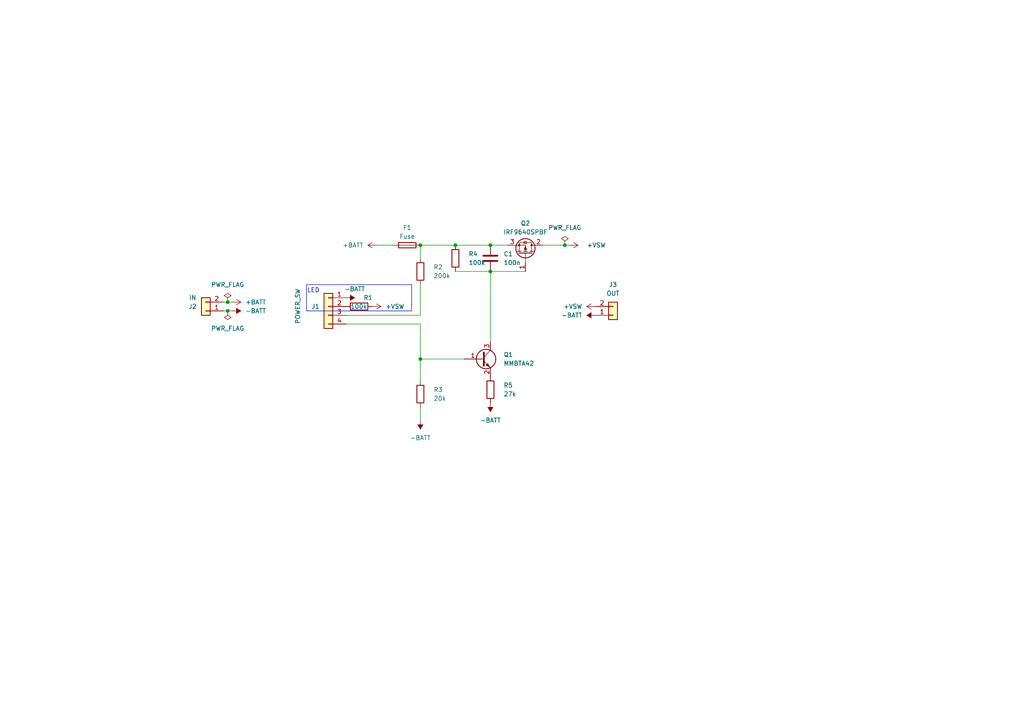
<source format=kicad_sch>
(kicad_sch (version 20230121) (generator eeschema)
  (paper "A4")
  (lib_symbols
    (symbol "Connector_Generic:Conn_01x02" (pin_names (offset 1.016) hide)
      (property "Reference" "J" (at 0 2.54 0))
      (property "Value" "Conn_01x02" (at 0 -5.08 0))
      (symbol "Conn_01x02_1_1"
        (rectangle (start -1.27 -2.413) (end 0 -2.667) (stroke (width 0.1524)))
        (rectangle (start -1.27 0.127) (end 0 -0.127) (stroke (width 0.1524)))
        (rectangle (start -1.27 1.27) (end 1.27 -3.81) (stroke (width 0.254)) (fill (type background)))
        (pin passive line (at -5.08 0 0) (length 3.81) (name "Pin_1") (number "1"))
        (pin passive line (at -5.08 -2.54 0) (length 3.81) (name "Pin_2") (number "2"))
      )
    )
    (symbol "Connector_Generic:Conn_01x04" (pin_names (offset 1.016) hide)
      (property "Reference" "J" (at 0 5.08 0))
      (property "Value" "Conn_01x04" (at 0 -7.62 0))
      (symbol "Conn_01x04_1_1"
        (rectangle (start -1.27 -4.953) (end 0 -5.207) (stroke (width 0.1524)))
        (rectangle (start -1.27 -2.413) (end 0 -2.667) (stroke (width 0.1524)))
        (rectangle (start -1.27 0.127) (end 0 -0.127) (stroke (width 0.1524)))
        (rectangle (start -1.27 2.667) (end 0 2.413) (stroke (width 0.1524)))
        (rectangle (start -1.27 3.81) (end 1.27 -6.35) (stroke (width 0.254)) (fill (type background)))
        (pin passive line (at -5.08 2.54 0) (length 3.81) (name "Pin_1") (number "1"))
        (pin passive line (at -5.08 0 0) (length 3.81) (name "Pin_2") (number "2"))
        (pin passive line (at -5.08 -2.54 0) (length 3.81) (name "Pin_3") (number "3"))
        (pin passive line (at -5.08 -5.08 0) (length 3.81) (name "Pin_4") (number "4"))
      )
    )
    (symbol "Device:C" (pin_numbers hide) (pin_names (offset 0.254))
      (property "Reference" "C" (at 0.635 2.54 0))
      (property "Value" "C" (at 0.635 -2.54 0))
      (symbol "C_0_1"
        (polyline (pts (xy -2.032 -0.762) (xy 2.032 -0.762)) (stroke (width 0.508)))
        (polyline (pts (xy -2.032 0.762) (xy 2.032 0.762)) (stroke (width 0.508)))
      )
      (symbol "C_1_1"
        (pin passive line (at 0 3.81 270) (length 2.794) (name "~") (number "1"))
        (pin passive line (at 0 -3.81 90) (length 2.794) (name "~") (number "2"))
      )
    )
    (symbol "Device:Fuse" (pin_numbers hide) (pin_names (offset 0))
      (property "Reference" "F" (at 2.032 0 90))
      (property "Value" "Fuse" (at -1.905 0 90))
      (symbol "Fuse_0_1"
        (rectangle (start -0.762 -2.54) (end 0.762 2.54) (stroke (width 0.254)))
        (polyline (pts (xy 0 2.54) (xy 0 -2.54)))
      )
      (symbol "Fuse_1_1"
        (pin passive line (at 0 3.81 270) (length 1.27) (name "~") (number "1"))
        (pin passive line (at 0 -3.81 90) (length 1.27) (name "~") (number "2"))
      )
    )
    (symbol "Device:R" (pin_numbers hide) (pin_names (offset 0))
      (property "Reference" "R" (at 2.032 0 90))
      (property "Value" "R" (at 0 0 90))
      (symbol "R_0_1"
        (rectangle (start -1.016 -2.54) (end 1.016 2.54) (stroke (width 0.254)))
      )
      (symbol "R_1_1"
        (pin passive line (at 0 3.81 270) (length 1.27) (name "~") (number "1"))
        (pin passive line (at 0 -3.81 90) (length 1.27) (name "~") (number "2"))
      )
    )
    (symbol "Transistor_BJT:MMBTA42" (pin_names (offset 0) hide)
      (property "Reference" "Q" (at 5.08 1.905 0))
      (property "Value" "MMBTA42" (at 5.08 0 0))
      (symbol "MMBTA42_0_1"
        (polyline (pts (xy 0 0) (xy 0.635 0)))
        (polyline (pts (xy 0.635 0.635) (xy 2.54 2.54)))
        (polyline (pts (xy 0.635 -0.635) (xy 2.54 -2.54) (xy 2.54 -2.54)))
        (polyline (pts (xy 0.635 1.905) (xy 0.635 -1.905) (xy 0.635 -1.905)) (stroke (width 0.508)))
        (polyline (pts (xy 1.27 -1.778) (xy 1.778 -1.27) (xy 2.286 -2.286) (xy 1.27 -1.778) (xy 1.27 -1.778)) (fill (type outline)))
        (circle (center 1.27 0) (radius 2.8194) (stroke (width 0.254)))
      )
      (symbol "MMBTA42_1_1"
        (pin input line (at -5.08 0 0) (length 5.08) (name "B") (number "1"))
        (pin passive line (at 2.54 -5.08 90) (length 2.54) (name "E") (number "2"))
        (pin passive line (at 2.54 5.08 270) (length 2.54) (name "C") (number "3"))
      )
    )
    (symbol "Transistor_FET:SUD50P10-43L" (pin_names hide)
      (property "Reference" "Q" (at 4.953 1.905 0))
      (property "Value" "SUD50P10-43L" (at 4.953 0 0))
      (symbol "SUD50P10-43L_0_1"
        (polyline (pts (xy 0.254 0) (xy -2.54 0)))
        (polyline (pts (xy 0.254 1.905) (xy 0.254 -1.905)) (stroke (width 0.254)))
        (polyline (pts (xy 0.762 -1.27) (xy 0.762 -2.286)) (stroke (width 0.254)))
        (polyline (pts (xy 0.762 0.508) (xy 0.762 -0.508)) (stroke (width 0.254)))
        (polyline (pts (xy 0.762 2.286) (xy 0.762 1.27)) (stroke (width 0.254)))
        (polyline (pts (xy 2.54 2.54) (xy 2.54 1.778)))
        (polyline (pts (xy 2.54 -2.54) (xy 2.54 0) (xy 0.762 0)))
        (polyline (pts (xy 0.762 1.778) (xy 3.302 1.778) (xy 3.302 -1.778) (xy 0.762 -1.778)))
        (polyline (pts (xy 2.286 0) (xy 1.27 0.381) (xy 1.27 -0.381) (xy 2.286 0)) (fill (type outline)))
        (polyline (pts (xy 2.794 -0.508) (xy 2.921 -0.381) (xy 3.683 -0.381) (xy 3.81 -0.254)))
        (polyline (pts (xy 3.302 -0.381) (xy 2.921 0.254) (xy 3.683 0.254) (xy 3.302 -0.381)))
        (circle (center 1.651 0) (radius 2.794) (stroke (width 0.254)))
        (circle (center 2.54 -1.778) (radius 0.254) (fill (type outline)))
        (circle (center 2.54 1.778) (radius 0.254) (fill (type outline)))
      )
      (symbol "SUD50P10-43L_1_1"
        (pin input line (at -5.08 0 0) (length 2.54) (name "G") (number "1"))
        (pin passive line (at 2.54 5.08 270) (length 2.54) (name "D") (number "2"))
        (pin passive line (at 2.54 -5.08 90) (length 2.54) (name "S") (number "3"))
      )
    )
    (symbol "power:+BATT" (power) (pin_names (offset 0))
      (property "Value" "+BATT" (at 0 3.556 0))
      (symbol "+BATT_0_1"
        (polyline (pts (xy -0.762 1.27) (xy 0 2.54)))
        (polyline (pts (xy 0 0) (xy 0 2.54)))
        (polyline (pts (xy 0 2.54) (xy 0.762 1.27)))
      )
      (symbol "+BATT_1_1"
        (pin power_in line (at 0 0 90) (length 0) hide (name "+BATT") (number "1"))
      )
    )
    (symbol "power:+VSW" (power) (pin_names (offset 0))
      (property "Value" "+VSW" (at 0 3.556 0))
      (symbol "+VSW_0_1"
        (polyline (pts (xy -0.762 1.27) (xy 0 2.54)))
        (polyline (pts (xy 0 0) (xy 0 2.54)))
        (polyline (pts (xy 0 2.54) (xy 0.762 1.27)))
      )
      (symbol "+VSW_1_1"
        (pin power_in line (at 0 0 90) (length 0) hide (name "+VSW") (number "1"))
      )
    )
    (symbol "power:-BATT" (power) (pin_names (offset 0))
      (property "Value" "-BATT" (at 0 3.556 0))
      (symbol "-BATT_0_1"
        (polyline (pts (xy 0 0) (xy 0 2.54)))
        (polyline (pts (xy 0.762 1.27) (xy -0.762 1.27) (xy 0 2.54) (xy 0.762 1.27)) (fill (type outline)))
      )
      (symbol "-BATT_1_1"
        (pin power_in line (at 0 0 90) (length 0) hide (name "-BATT") (number "1"))
      )
    )
    (symbol "power:PWR_FLAG" (power) (pin_numbers hide) (pin_names (offset 0) hide)
      (property "Value" "PWR_FLAG" (at 0 3.81 0))
      (symbol "PWR_FLAG_0_0"
        (pin power_out line (at 0 0 90) (length 0) (name "pwr") (number "1"))
      )
      (symbol "PWR_FLAG_0_1"
        (polyline (pts (xy 0 0) (xy 0 1.27) (xy -1.016 1.905) (xy 0 2.54) (xy 1.016 1.905) (xy 0 1.27)))
      )
    )
  )
  (junction (at 163.83 71.12))
  (junction (at 66.04 90.17))
  (junction (at 142.24 78.74))
  (junction (at 142.24 71.12))
  (junction (at 121.92 104.14))
  (junction (at 121.92 71.12))
  (junction (at 132.08 71.12))
  (junction (at 66.04 87.63))
  (wire (pts (xy 142.24 78.74) (xy 142.24 99.06)))
  (wire (pts (xy 163.83 71.12) (xy 157.48 71.12)))
  (wire (pts (xy 121.92 110.49) (xy 121.92 104.14)))
  (wire (pts (xy 100.33 93.98) (xy 121.92 93.98)))
  (wire (pts (xy 66.04 87.63) (xy 64.77 87.63)))
  (wire (pts (xy 109.22 71.12) (xy 114.3 71.12)))
  (wire (pts (xy 121.92 71.12) (xy 132.08 71.12)))
  (wire (pts (xy 142.24 71.12) (xy 147.32 71.12)))
  (wire (pts (xy 121.92 91.44) (xy 121.92 82.55)))
  (wire (pts (xy 121.92 104.14) (xy 121.92 93.98)))
  (wire (pts (xy 142.24 78.74) (xy 152.4 78.74)))
  (wire (pts (xy 165.1 71.12) (xy 163.83 71.12)))
  (wire (pts (xy 121.92 71.12) (xy 121.92 74.93)))
  (wire (pts (xy 67.31 87.63) (xy 66.04 87.63)))
  (wire (pts (xy 132.08 78.74) (xy 142.24 78.74)))
  (wire (pts (xy 121.92 104.14) (xy 134.62 104.14)))
  (wire (pts (xy 100.33 91.44) (xy 121.92 91.44)))
  (wire (pts (xy 66.04 90.17) (xy 64.77 90.17)))
  (wire (pts (xy 67.31 90.17) (xy 66.04 90.17)))
  (wire (pts (xy 132.08 71.12) (xy 142.24 71.12)))
  (wire (pts (xy 121.92 118.11) (xy 121.92 121.92)))
  (rectangle (start 88.9 82.55) (end 119.38 90.17))
  (text "LED" (at 92.71 85.09 0) (effects (font (size 1.27 1.27)) (justify right bottom)))
  (symbol (lib_id "power:+BATT") (at 109.22 71.12 90) (unit 1)
    (property "Reference" "#PWR03" (effects hide))
    (property "Value" "+BATT" (at 105.41 71.12 90) (effects (justify left)))
  )
  (symbol (lib_id "power:-BATT") (at 172.72 91.44 90) (unit 1)
    (property "Reference" "#PWR08" (effects hide))
    (property "Value" "-BATT" (at 168.91 91.44 90) (effects (justify left)))
  )
  (symbol (lib_id "Device:R") (at 121.92 78.74 0) (unit 1)
    (property "Reference" "R2" (at 125.73 77.47 0) (effects (justify left)))
    (property "Value" "200k" (at 125.73 80.01 0) (effects (justify left)))
    (property "Footprint" "Resistor_SMD:R_0603_1608Metric" (effects hide))
    (property "MPN" "C25811" (effects hide))
    (property "Mouser" "603-RC0805FR-0744K2L" (effects hide))
  )
  (symbol (lib_id "Device:Fuse") (at 118.11 71.12 90) (unit 1)
    (property "Reference" "F1" (at 118.11 66.04 90))
    (property "Value" "Fuse" (at 118.11 68.58 90))
    (property "Footprint" "GigaVescLibs:XuchengElecC3131" (effects hide))
    (property "MPN" "C3131" (effects hide))
    (property "JLCPosOffset" "11.25,0" (effects hide))
  )
  (symbol (lib_id "Connector_Generic:Conn_01x04") (at 95.25 88.9 0) (mirror y) (unit 1)
    (property "Reference" "J1" (at 92.71 88.9 0) (effects (justify left)))
    (property "Value" "POWER_SW" (at 86.36 93.98 90) (effects (justify left)))
    (property "Footprint" "Connector_JST:JST_PH_B4B-PH-K_1x04_P2.00mm_Vertical" (effects hide))
    (property "MPN" "C131334" (effects hide))
    (property "JLCRotOffset" "180" (effects hide))
    (property "JLCPosOffset" "-3,0" (effects hide))
  )
  (symbol (lib_id "Device:R") (at 142.24 113.03 0) (unit 1)
    (property "Reference" "R5" (at 146.05 111.76 0) (effects (justify left)))
    (property "Value" "27k" (at 146.05 114.3 0) (effects (justify left)))
    (property "Footprint" "Resistor_SMD:R_0603_1608Metric" (effects hide))
    (property "MPN" "C22967" (effects hide))
    (property "Mouser" "603-RC0805FR-0744K2L" (effects hide))
  )
  (symbol (lib_id "Device:R") (at 104.14 88.9 90) (mirror x) (unit 1)
    (property "Reference" "R1" (at 105.41 86.36 90) (effects (justify right)))
    (property "Value" "100k" (at 101.6 88.9 90) (effects (justify right)))
    (property "Footprint" "Resistor_SMD:R_0603_1608Metric" (effects hide))
    (property "MPN" "C25803" (effects hide))
    (property "Mouser" "603-AC0805JR-0710KL" (effects hide))
  )
  (symbol (lib_id "Transistor_FET:SUD50P10-43L") (at 152.4 73.66 270) (mirror x) (unit 1)
    (property "Reference" "Q2" (at 152.4 64.77 90))
    (property "Value" "IRF9640SPBF" (at 152.4 67.31 90))
    (property "Footprint" "Package_TO_SOT_SMD:TO-263-2" (effects hide))
    (property "Datasheet" "https://www.vishay.com/docs/62504/sud50p10-43l-ge3.pdf" (effects hide))
    (property "MPN" "C540971" (effects hide))
    (property "JLCPosOffset" "-2,0" (effects hide))
  )
  (symbol (lib_id "Device:C") (at 142.24 74.93 0) (unit 1)
    (property "Reference" "C1" (at 146.05 73.66 0) (effects (justify left)))
    (property "Value" "100n" (at 146.05 76.2 0) (effects (justify left)))
    (property "Footprint" "Capacitor_SMD:C_0603_1608Metric" (effects hide))
    (property "MPN" "C14663" (effects hide))
    (property "Mouser" "581-08055C104KAT4A" (effects hide))
  )
  (symbol (lib_id "power:PWR_FLAG") (at 66.04 90.17 180) (unit 1)
    (property "Reference" "#FLG03" (effects hide))
    (property "Value" "PWR_FLAG" (at 66.04 95.25 0))
  )
  (symbol (lib_id "power:-BATT") (at 121.92 121.92 180) (unit 1)
    (property "Reference" "#PWR04" (effects hide))
    (property "Value" "-BATT" (at 121.92 127 0))
  )
  (symbol (lib_id "power:PWR_FLAG") (at 66.04 87.63 0) (unit 1)
    (property "Reference" "#FLG01" (effects hide))
    (property "Value" "PWR_FLAG" (at 66.04 82.55 0))
  )
  (symbol (lib_id "Connector_Generic:Conn_01x02") (at 59.69 90.17 180) (unit 1)
    (property "Reference" "J2" (at 55.88 88.9 0))
    (property "Value" "IN" (at 55.88 86.36 0))
    (property "Footprint" "GigaVescLibs:AMASS_XT30PW-F_1x02_P2.50mm_Horizontal" (effects hide))
    (property "MPN" "C2913282" (effects hide))
    (property "JLCRotOffset" "180" (effects hide))
    (property "JLCPosOffset" "-2.54,-2.54" (effects hide))
  )
  (symbol (lib_id "Transistor_BJT:MMBTA42") (at 139.7 104.14 0) (unit 1)
    (property "Reference" "Q1" (at 146.05 102.87 0) (effects (justify left)))
    (property "Value" "MMBTA42" (at 146.05 105.41 0) (effects (justify left)))
    (property "Footprint" "Package_TO_SOT_SMD:SOT-23" (effects hide))
    (property "Datasheet" "https://www.onsemi.com/pub/Collateral/MMBTA42LT1-D.PDF" (effects hide))
    (property "MPN" "C916394" (effects hide))
    (property "JLCRotOffset" "180" (effects hide))
  )
  (symbol (lib_id "power:+VSW") (at 172.72 88.9 90) (unit 1)
    (property "Reference" "#PWR07" (effects hide))
    (property "Value" "+VSW" (at 168.91 88.9 90) (effects (justify left)))
  )
  (symbol (lib_id "power:PWR_FLAG") (at 163.83 71.12 0) (unit 1)
    (property "Reference" "#FLG02" (effects hide))
    (property "Value" "PWR_FLAG" (at 163.83 66.04 0))
  )
  (symbol (lib_id "power:+VSW") (at 107.95 88.9 270) (unit 1)
    (property "Reference" "#PWR02" (effects hide))
    (property "Value" "+VSW" (at 111.76 88.9 90) (effects (justify left)))
  )
  (symbol (lib_id "power:+VSW") (at 165.1 71.12 270) (unit 1)
    (property "Reference" "#PWR06" (effects hide))
    (property "Value" "+VSW" (at 170.18 71.12 90) (effects (justify left)))
  )
  (symbol (lib_id "power:-BATT") (at 100.33 86.36 270) (mirror x) (unit 1)
    (property "Reference" "#PWR01" (effects hide))
    (property "Value" "-BATT" (at 102.87 83.82 90))
  )
  (symbol (lib_id "power:-BATT") (at 142.24 116.84 180) (unit 1)
    (property "Reference" "#PWR05" (effects hide))
    (property "Value" "-BATT" (at 142.24 121.92 0))
  )
  (symbol (lib_id "Device:R") (at 121.92 114.3 0) (unit 1)
    (property "Reference" "R3" (at 125.73 113.03 0) (effects (justify left)))
    (property "Value" "20k" (at 125.73 115.57 0) (effects (justify left)))
    (property "Footprint" "Resistor_SMD:R_0603_1608Metric" (effects hide))
    (property "MPN" "C4184" (effects hide))
    (property "Mouser" "603-RC0805FR-0744K2L" (effects hide))
  )
  (symbol (lib_id "Connector_Generic:Conn_01x02") (at 177.8 91.44 0) (mirror x) (unit 1)
    (property "Reference" "J3" (at 177.8 82.55 0))
    (property "Value" "OUT" (at 177.8 85.09 0))
    (property "Footprint" "GigaVescLibs:AMASS_XT30PW-F_1x02_P2.50mm_Horizontal" (effects hide))
    (property "MPN" "C2913282" (effects hide))
    (property "JLCRotOffset" "180" (effects hide))
    (property "JLCPosOffset" "-2.54,-2.54" (effects hide))
  )
  (symbol (lib_id "power:-BATT") (at 67.31 90.17 270) (unit 1)
    (property "Reference" "#PWR010" (effects hide))
    (property "Value" "-BATT" (at 71.12 90.17 90) (effects (justify left)))
  )
  (symbol (lib_id "power:+BATT") (at 67.31 87.63 270) (unit 1)
    (property "Reference" "#PWR09" (effects hide))
    (property "Value" "+BATT" (at 71.12 87.63 90) (effects (justify left)))
  )
  (symbol (lib_id "Device:R") (at 132.08 74.93 0) (unit 1)
    (property "Reference" "R4" (at 135.89 73.66 0) (effects (justify left)))
    (property "Value" "100k" (at 135.89 76.2 0) (effects (justify left)))
    (property "Footprint" "Resistor_SMD:R_0603_1608Metric" (effects hide))
    (property "MPN" "C25803" (effects hide))
    (property "Mouser" "603-RC0805FR-0744K2L" (effects hide))
  )
)
</source>
